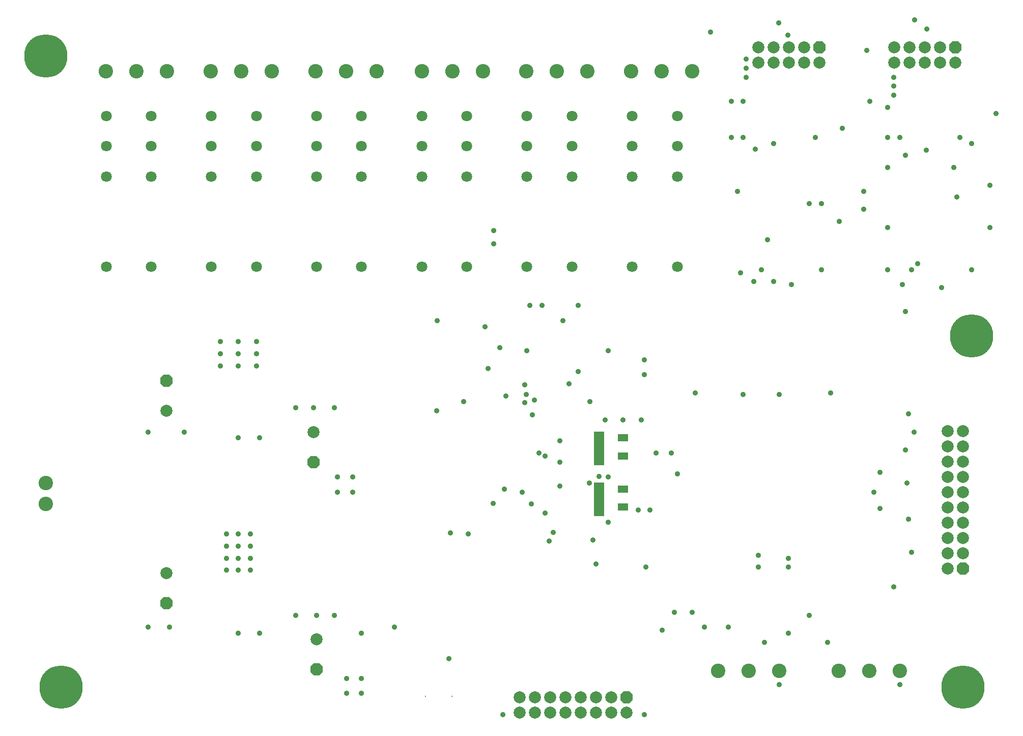
<source format=gbr>
%TF.GenerationSoftware,Altium Limited,Altium Designer,22.4.2 (48)*%
G04 Layer_Color=16711935*
%FSLAX45Y45*%
%MOMM*%
%TF.SameCoordinates,A0FECCF5-906F-4CEA-98AF-48209DEEDFB4*%
%TF.FilePolarity,Negative*%
%TF.FileFunction,Soldermask,Bot*%
%TF.Part,Single*%
G01*
G75*
%TA.AperFunction,SMDPad,CuDef*%
%ADD56R,1.80320X1.20320*%
%TA.AperFunction,ComponentPad*%
%ADD68C,1.80320*%
%ADD69C,2.00320*%
G04:AMPARAMS|DCode=70|XSize=2.0032mm|YSize=2.0032mm|CornerRadius=0mm|HoleSize=0mm|Usage=FLASHONLY|Rotation=180.000|XOffset=0mm|YOffset=0mm|HoleType=Round|Shape=Octagon|*
%AMOCTAGOND70*
4,1,8,-1.00160,0.50080,-1.00160,-0.50080,-0.50080,-1.00160,0.50080,-1.00160,1.00160,-0.50080,1.00160,0.50080,0.50080,1.00160,-0.50080,1.00160,-1.00160,0.50080,0.0*
%
%ADD70OCTAGOND70*%

G04:AMPARAMS|DCode=71|XSize=2.0032mm|YSize=2.0032mm|CornerRadius=0mm|HoleSize=0mm|Usage=FLASHONLY|Rotation=90.000|XOffset=0mm|YOffset=0mm|HoleType=Round|Shape=Octagon|*
%AMOCTAGOND71*
4,1,8,0.50080,1.00160,-0.50080,1.00160,-1.00160,0.50080,-1.00160,-0.50080,-0.50080,-1.00160,0.50080,-1.00160,1.00160,-0.50080,1.00160,0.50080,0.50080,1.00160,0.0*
%
%ADD71OCTAGOND71*%

%ADD72C,2.40320*%
%ADD73C,0.20320*%
%TA.AperFunction,ViaPad*%
%ADD74C,7.20320*%
%ADD75C,0.90320*%
%TA.AperFunction,SMDPad,CuDef*%
%ADD76R,1.70320X5.70320*%
D56*
X10100000Y4600000D02*
D03*
Y4900000D02*
D03*
Y4050000D02*
D03*
Y3750000D02*
D03*
D68*
X10250000Y10250000D02*
D03*
Y7750000D02*
D03*
Y9250000D02*
D03*
Y9750000D02*
D03*
X11000000D02*
D03*
Y7750000D02*
D03*
Y10250000D02*
D03*
Y9250000D02*
D03*
X2250000D02*
D03*
Y10250000D02*
D03*
Y7750000D02*
D03*
Y9750000D02*
D03*
X1500000D02*
D03*
Y9250000D02*
D03*
Y7750000D02*
D03*
Y10250000D02*
D03*
X4000000Y9250000D02*
D03*
Y10250000D02*
D03*
Y7750000D02*
D03*
Y9750000D02*
D03*
X3250000D02*
D03*
Y9250000D02*
D03*
Y7750000D02*
D03*
Y10250000D02*
D03*
X5750000Y9250000D02*
D03*
Y10250000D02*
D03*
Y7750000D02*
D03*
Y9750000D02*
D03*
X5000000D02*
D03*
Y9250000D02*
D03*
Y7750000D02*
D03*
Y10250000D02*
D03*
X7500000Y9250000D02*
D03*
Y10250000D02*
D03*
Y7750000D02*
D03*
Y9750000D02*
D03*
X6750000D02*
D03*
Y9250000D02*
D03*
Y7750000D02*
D03*
Y10250000D02*
D03*
X9250000Y9250000D02*
D03*
Y10250000D02*
D03*
Y7750000D02*
D03*
Y9750000D02*
D03*
X8500000D02*
D03*
Y9250000D02*
D03*
Y7750000D02*
D03*
Y10250000D02*
D03*
D69*
X14614627Y11143581D02*
D03*
X15122627D02*
D03*
X14868626D02*
D03*
X14614627Y11397581D02*
D03*
X14868626D02*
D03*
X15630627Y11143581D02*
D03*
X15376627Y11397581D02*
D03*
Y11143581D02*
D03*
X15122627Y11397581D02*
D03*
X12352919Y11143581D02*
D03*
X12860919D02*
D03*
X12606919D02*
D03*
X12352919Y11397581D02*
D03*
X12606919D02*
D03*
X13368919Y11143581D02*
D03*
X13114919Y11397581D02*
D03*
Y11143581D02*
D03*
X12860919Y11397581D02*
D03*
X15496001Y3492000D02*
D03*
X15750000D02*
D03*
X15496001Y3238000D02*
D03*
X15750000D02*
D03*
X15496001Y2984000D02*
D03*
X15750000D02*
D03*
X15496001Y2730000D02*
D03*
X15750000Y3746000D02*
D03*
X15496001D02*
D03*
X15750000Y4000000D02*
D03*
X15496001D02*
D03*
X15750000Y4254000D02*
D03*
X15496001D02*
D03*
X15750000Y4508000D02*
D03*
X15496001D02*
D03*
Y4762000D02*
D03*
X15750000D02*
D03*
Y5016000D02*
D03*
X15496001D02*
D03*
X2500000Y5350000D02*
D03*
X8376000Y333000D02*
D03*
Y587000D02*
D03*
X8630000Y333000D02*
D03*
Y587000D02*
D03*
X8884000Y333000D02*
D03*
Y587000D02*
D03*
X9138000Y333000D02*
D03*
Y587000D02*
D03*
X10154000Y333000D02*
D03*
X9900000Y587000D02*
D03*
Y333000D02*
D03*
X9646000Y587000D02*
D03*
Y333000D02*
D03*
X9392000Y587000D02*
D03*
Y333000D02*
D03*
X5000000Y1550000D02*
D03*
X2500000Y2650000D02*
D03*
X4950000Y5000000D02*
D03*
D70*
X15630627Y11397581D02*
D03*
X13368919D02*
D03*
X10154000Y587000D02*
D03*
D71*
X15750000Y2730000D02*
D03*
X2500000Y5850000D02*
D03*
X5000000Y1050000D02*
D03*
X2500000Y2150000D02*
D03*
X4950000Y4500000D02*
D03*
D72*
X10233999Y11000000D02*
D03*
X10741999D02*
D03*
X11249999D02*
D03*
X8491999D02*
D03*
X8999999D02*
D03*
X9507999D02*
D03*
X6749999D02*
D03*
X7257999D02*
D03*
X7765999D02*
D03*
X4983999D02*
D03*
X5491999D02*
D03*
X5999999D02*
D03*
X3242000D02*
D03*
X3750000D02*
D03*
X4258000D02*
D03*
X1492000D02*
D03*
X2000000D02*
D03*
X2508000D02*
D03*
X14700000Y1021000D02*
D03*
X14192000D02*
D03*
X13684000D02*
D03*
X12700000D02*
D03*
X12192000D02*
D03*
X11684000D02*
D03*
X500000Y4150000D02*
D03*
Y3800000D02*
D03*
D73*
X6810000Y605000D02*
D03*
X7250000D02*
D03*
D74*
X500000Y11250000D02*
D03*
X750000Y750000D02*
D03*
X15750000D02*
D03*
X15900000Y6600000D02*
D03*
D75*
X14500000Y7700000D02*
D03*
X12050000Y7650000D02*
D03*
X11250000Y2000000D02*
D03*
X10750000Y1700000D02*
D03*
X12850000Y1650000D02*
D03*
X11850000Y1750000D02*
D03*
X11450000D02*
D03*
X12350000Y2950000D02*
D03*
Y2750000D02*
D03*
X12850000D02*
D03*
Y2900000D02*
D03*
X13500000Y1500000D02*
D03*
X12450000D02*
D03*
X12900000Y7450000D02*
D03*
X15900000Y9800000D02*
D03*
X16300000Y10300000D02*
D03*
X14600000Y10600000D02*
D03*
Y10750000D02*
D03*
X12150000Y11200000D02*
D03*
Y10900000D02*
D03*
Y11050000D02*
D03*
X14600000Y10900000D02*
D03*
X14150000Y11350000D02*
D03*
X11550000Y11650000D02*
D03*
X14500000Y9400000D02*
D03*
X14800000Y9600000D02*
D03*
X13750000Y10050000D02*
D03*
X13300000Y9900000D02*
D03*
X13400000Y8800000D02*
D03*
X12300000Y9700000D02*
D03*
X15150000Y11700000D02*
D03*
X14950000Y11850000D02*
D03*
X12842686Y11600000D02*
D03*
X12692728Y11800000D02*
D03*
X11900000Y9900000D02*
D03*
X12100000D02*
D03*
X14500000Y10400000D02*
D03*
X14200000Y10500000D02*
D03*
X15140472Y9688502D02*
D03*
X14500000Y9900000D02*
D03*
X12600000Y9800000D02*
D03*
X14900000Y7700000D02*
D03*
X14745963Y7454038D02*
D03*
X14800000Y7000000D02*
D03*
X12270985Y7505896D02*
D03*
X12400000Y7700000D02*
D03*
X12600000Y7500000D02*
D03*
X14700000Y9900000D02*
D03*
X15700000D02*
D03*
X15600000Y9400000D02*
D03*
X14500000Y8400000D02*
D03*
X12100000Y10500000D02*
D03*
X11900000D02*
D03*
X16200000Y8400000D02*
D03*
Y9100000D02*
D03*
X14100000Y9000000D02*
D03*
Y8700000D02*
D03*
X15651234Y8905474D02*
D03*
X13700000Y8500000D02*
D03*
X15400000Y7400000D02*
D03*
X12000000Y9000000D02*
D03*
X13400000Y7700000D02*
D03*
X12500000Y8200000D02*
D03*
X15900000Y7700000D02*
D03*
X15000000Y7800000D02*
D03*
X13200000Y8800000D02*
D03*
X8627549Y5529301D02*
D03*
X8594774Y5286074D02*
D03*
X8467123Y5482726D02*
D03*
X8487823Y5625901D02*
D03*
X8461948Y5779427D02*
D03*
X8150000Y5600000D02*
D03*
X8550000Y7100000D02*
D03*
X8050000Y6400000D02*
D03*
X7800000Y6750000D02*
D03*
X8500000Y6350000D02*
D03*
X9100000Y6850000D02*
D03*
X8700000Y4650000D02*
D03*
X7850000Y6050000D02*
D03*
X9050000Y4500000D02*
D03*
X8936861Y3324261D02*
D03*
X8800000Y3650000D02*
D03*
X9050000Y4850000D02*
D03*
Y4100000D02*
D03*
X7941390Y3806787D02*
D03*
X4000000Y6100000D02*
D03*
X3700000D02*
D03*
X3400000D02*
D03*
Y6300000D02*
D03*
X3700000D02*
D03*
X4000000D02*
D03*
Y6500000D02*
D03*
X3700000D02*
D03*
X3400000D02*
D03*
X3500000Y2700000D02*
D03*
Y2900000D02*
D03*
X3700000Y2700000D02*
D03*
X3900000D02*
D03*
Y3300000D02*
D03*
X3700000D02*
D03*
X3500000D02*
D03*
X3700000Y2900000D02*
D03*
X3900000D02*
D03*
Y3100000D02*
D03*
X3700000D02*
D03*
X3500000D02*
D03*
X9350000Y7100000D02*
D03*
X9200000Y5800000D02*
D03*
X14900000Y3000000D02*
D03*
X6300000Y1750000D02*
D03*
X14600000Y2425000D02*
D03*
X14375000Y3725000D02*
D03*
X14275000Y4000000D02*
D03*
X14825000Y4150000D02*
D03*
X14944250Y4994250D02*
D03*
X14375000Y4325000D02*
D03*
X12700000Y5625000D02*
D03*
X12100000D02*
D03*
X7004000Y6846000D02*
D03*
X7950000Y8125000D02*
D03*
Y8350000D02*
D03*
X9650000Y2800000D02*
D03*
X9850000Y3500000D02*
D03*
X8866338Y3183504D02*
D03*
X9600000Y3200000D02*
D03*
X8575000Y3800000D02*
D03*
X8425000Y4000000D02*
D03*
X8125000Y4050000D02*
D03*
X13200000Y1950000D02*
D03*
X10950000Y2000000D02*
D03*
X14850000Y3550000D02*
D03*
X10475000Y2750000D02*
D03*
X10450000Y5950000D02*
D03*
Y6200000D02*
D03*
X9850000Y6350000D02*
D03*
X9550000Y5500000D02*
D03*
X8800000Y4600000D02*
D03*
X10450000Y300000D02*
D03*
X8100000D02*
D03*
X14700000Y800000D02*
D03*
X12700000D02*
D03*
X14800000Y4700000D02*
D03*
X11000000Y4300000D02*
D03*
X5600000Y4000000D02*
D03*
X5350000D02*
D03*
X5600000Y4250000D02*
D03*
X5350000D02*
D03*
X8750000Y7100000D02*
D03*
X14850000Y5300000D02*
D03*
X9850000Y4250000D02*
D03*
X10650000Y4650000D02*
D03*
X10900000D02*
D03*
X7450000Y5500000D02*
D03*
X9800000Y5200000D02*
D03*
X10100000D02*
D03*
X10400000D02*
D03*
X10550000Y3700000D02*
D03*
X10350000D02*
D03*
X7525000Y3300000D02*
D03*
X7200000Y1225000D02*
D03*
X13550000Y5650000D02*
D03*
X11300000D02*
D03*
X9350000Y6000000D02*
D03*
X7000000Y5350000D02*
D03*
X7224913Y3317340D02*
D03*
X9696282Y4256458D02*
D03*
X9537579Y4150000D02*
D03*
X5500000Y650000D02*
D03*
X5750000D02*
D03*
Y900000D02*
D03*
X5500000D02*
D03*
X5750000Y1650000D02*
D03*
X4050000Y4900000D02*
D03*
X3700000D02*
D03*
Y1650000D02*
D03*
X4050000D02*
D03*
X5300000Y1950000D02*
D03*
X5000000D02*
D03*
X4650000D02*
D03*
X5300000Y5400000D02*
D03*
X4650000D02*
D03*
X4950000D02*
D03*
X2800000Y5000000D02*
D03*
X2200000D02*
D03*
X2550000Y1750000D02*
D03*
X2200000D02*
D03*
D76*
X9700000Y4725000D02*
D03*
Y3875000D02*
D03*
%TF.MD5,f3d1edfe1ac35e27a086a55b06689bd1*%
M02*

</source>
